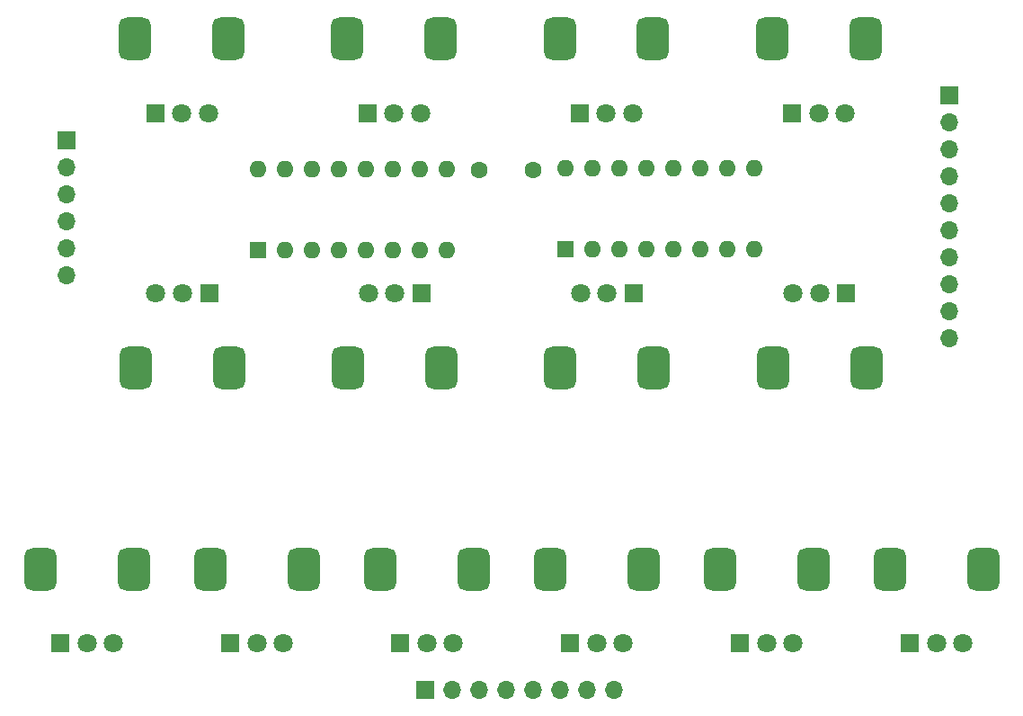
<source format=gbr>
%TF.GenerationSoftware,KiCad,Pcbnew,(6.0.5)*%
%TF.CreationDate,2023-01-13T11:48:33+00:00*%
%TF.ProjectId,AnalogInputBoard,416e616c-6f67-4496-9e70-7574426f6172,rev?*%
%TF.SameCoordinates,Original*%
%TF.FileFunction,Soldermask,Top*%
%TF.FilePolarity,Negative*%
%FSLAX46Y46*%
G04 Gerber Fmt 4.6, Leading zero omitted, Abs format (unit mm)*
G04 Created by KiCad (PCBNEW (6.0.5)) date 2023-01-13 11:48:33*
%MOMM*%
%LPD*%
G01*
G04 APERTURE LIST*
G04 Aperture macros list*
%AMRoundRect*
0 Rectangle with rounded corners*
0 $1 Rounding radius*
0 $2 $3 $4 $5 $6 $7 $8 $9 X,Y pos of 4 corners*
0 Add a 4 corners polygon primitive as box body*
4,1,4,$2,$3,$4,$5,$6,$7,$8,$9,$2,$3,0*
0 Add four circle primitives for the rounded corners*
1,1,$1+$1,$2,$3*
1,1,$1+$1,$4,$5*
1,1,$1+$1,$6,$7*
1,1,$1+$1,$8,$9*
0 Add four rect primitives between the rounded corners*
20,1,$1+$1,$2,$3,$4,$5,0*
20,1,$1+$1,$4,$5,$6,$7,0*
20,1,$1+$1,$6,$7,$8,$9,0*
20,1,$1+$1,$8,$9,$2,$3,0*%
G04 Aperture macros list end*
%ADD10R,1.800000X1.800000*%
%ADD11C,1.800000*%
%ADD12RoundRect,0.750000X0.750000X-1.250000X0.750000X1.250000X-0.750000X1.250000X-0.750000X-1.250000X0*%
%ADD13RoundRect,0.750000X-0.750000X1.250000X-0.750000X-1.250000X0.750000X-1.250000X0.750000X1.250000X0*%
%ADD14R,1.700000X1.700000*%
%ADD15O,1.700000X1.700000*%
%ADD16R,1.600000X1.600000*%
%ADD17O,1.600000X1.600000*%
%ADD18C,1.600000*%
G04 APERTURE END LIST*
D10*
%TO.C,ALG0*%
X56320000Y-116660000D03*
D11*
X58820000Y-116660000D03*
X61320000Y-116660000D03*
D12*
X63220000Y-109660000D03*
X54420000Y-109660000D03*
%TD*%
D10*
%TO.C,RV5*%
X70310000Y-83730000D03*
D11*
X67810000Y-83730000D03*
X65310000Y-83730000D03*
D13*
X72210000Y-90730000D03*
X63410000Y-90730000D03*
%TD*%
D10*
%TO.C,ALG4*%
X120320000Y-116660000D03*
D11*
X122820000Y-116660000D03*
X125320000Y-116660000D03*
D12*
X127220000Y-109660000D03*
X118420000Y-109660000D03*
%TD*%
D14*
%TO.C,J1*%
X56930000Y-69300000D03*
D15*
X56930000Y-71840000D03*
X56930000Y-74380000D03*
X56930000Y-76920000D03*
X56930000Y-79460000D03*
X56930000Y-82000000D03*
%TD*%
D10*
%TO.C,RV7*%
X110310000Y-83730000D03*
D11*
X107810000Y-83730000D03*
X105310000Y-83730000D03*
D13*
X112210000Y-90730000D03*
X103410000Y-90730000D03*
%TD*%
D10*
%TO.C,ALG2*%
X88320000Y-116660000D03*
D11*
X90820000Y-116660000D03*
X93320000Y-116660000D03*
D12*
X86420000Y-109660000D03*
X95220000Y-109660000D03*
%TD*%
D10*
%TO.C,ALG3*%
X104320000Y-116660000D03*
D11*
X106820000Y-116660000D03*
X109320000Y-116660000D03*
D12*
X102420000Y-109660000D03*
X111220000Y-109660000D03*
%TD*%
D10*
%TO.C,ALG5*%
X136320000Y-116660000D03*
D11*
X138820000Y-116660000D03*
X141320000Y-116660000D03*
D12*
X143220000Y-109660000D03*
X134420000Y-109660000D03*
%TD*%
D14*
%TO.C,J3*%
X90675000Y-121040000D03*
D15*
X93215000Y-121040000D03*
X95755000Y-121040000D03*
X98295000Y-121040000D03*
X100835000Y-121040000D03*
X103375000Y-121040000D03*
X105915000Y-121040000D03*
X108455000Y-121040000D03*
%TD*%
D10*
%TO.C,RV8*%
X130310000Y-83730000D03*
D11*
X127810000Y-83730000D03*
X125310000Y-83730000D03*
D13*
X123410000Y-90730000D03*
X132210000Y-90730000D03*
%TD*%
D10*
%TO.C,RV1*%
X65230000Y-66730000D03*
D11*
X67730000Y-66730000D03*
X70230000Y-66730000D03*
D12*
X63330000Y-59730000D03*
X72130000Y-59730000D03*
%TD*%
D16*
%TO.C,U1*%
X74925000Y-79620000D03*
D17*
X77465000Y-79620000D03*
X80005000Y-79620000D03*
X82545000Y-79620000D03*
X85085000Y-79620000D03*
X87625000Y-79620000D03*
X90165000Y-79620000D03*
X92705000Y-79620000D03*
X92705000Y-72000000D03*
X90165000Y-72000000D03*
X87625000Y-72000000D03*
X85085000Y-72000000D03*
X82545000Y-72000000D03*
X80005000Y-72000000D03*
X77465000Y-72000000D03*
X74925000Y-72000000D03*
%TD*%
D18*
%TO.C,C1*%
X95790000Y-72070000D03*
X100790000Y-72070000D03*
%TD*%
D10*
%TO.C,RV6*%
X90310000Y-83730000D03*
D11*
X87810000Y-83730000D03*
X85310000Y-83730000D03*
D13*
X83410000Y-90730000D03*
X92210000Y-90730000D03*
%TD*%
D10*
%TO.C,ALG1*%
X72320000Y-116660000D03*
D11*
X74820000Y-116660000D03*
X77320000Y-116660000D03*
D12*
X79220000Y-109660000D03*
X70420000Y-109660000D03*
%TD*%
D10*
%TO.C,RV3*%
X105230000Y-66730000D03*
D11*
X107730000Y-66730000D03*
X110230000Y-66730000D03*
D12*
X112130000Y-59730000D03*
X103330000Y-59730000D03*
%TD*%
D10*
%TO.C,RV2*%
X85230000Y-66730000D03*
D11*
X87730000Y-66730000D03*
X90230000Y-66730000D03*
D12*
X83330000Y-59730000D03*
X92130000Y-59730000D03*
%TD*%
D14*
%TO.C,J2*%
X140010000Y-65055000D03*
D15*
X140010000Y-67595000D03*
X140010000Y-70135000D03*
X140010000Y-72675000D03*
X140010000Y-75215000D03*
X140010000Y-77755000D03*
X140010000Y-80295000D03*
X140010000Y-82835000D03*
X140010000Y-85375000D03*
X140010000Y-87915000D03*
%TD*%
D16*
%TO.C,U2*%
X103860000Y-79570000D03*
D17*
X106400000Y-79570000D03*
X108940000Y-79570000D03*
X111480000Y-79570000D03*
X114020000Y-79570000D03*
X116560000Y-79570000D03*
X119100000Y-79570000D03*
X121640000Y-79570000D03*
X121640000Y-71950000D03*
X119100000Y-71950000D03*
X116560000Y-71950000D03*
X114020000Y-71950000D03*
X111480000Y-71950000D03*
X108940000Y-71950000D03*
X106400000Y-71950000D03*
X103860000Y-71950000D03*
%TD*%
D10*
%TO.C,RV4*%
X125230000Y-66730000D03*
D11*
X127730000Y-66730000D03*
X130230000Y-66730000D03*
D12*
X123330000Y-59730000D03*
X132130000Y-59730000D03*
%TD*%
M02*

</source>
